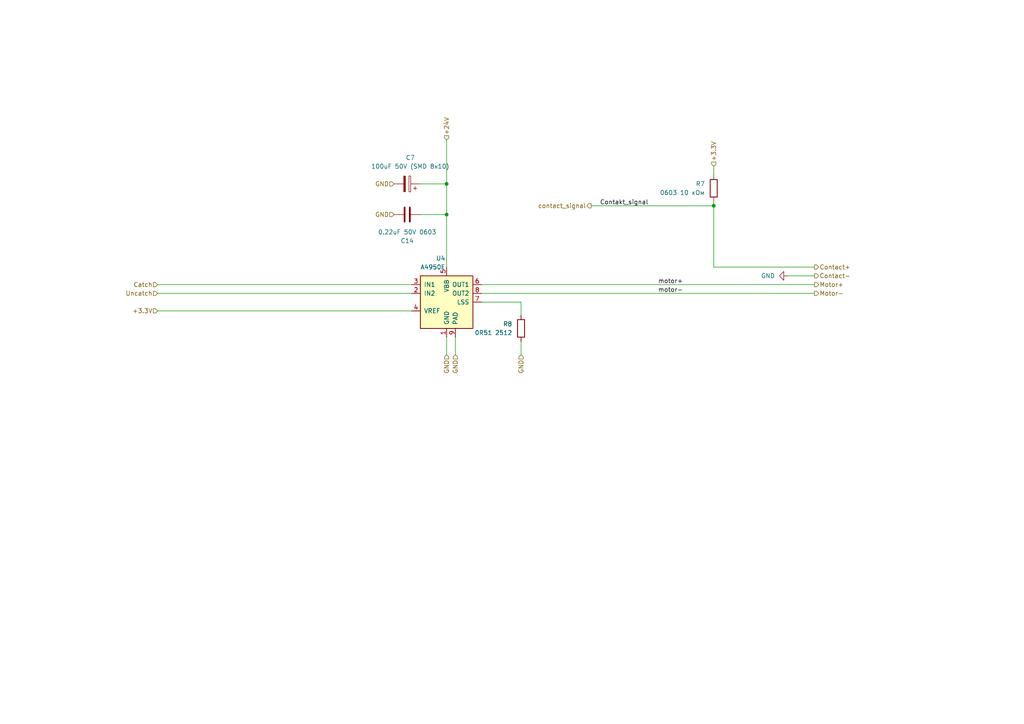
<source format=kicad_sch>
(kicad_sch (version 20230121) (generator eeschema)
  (paper "A4")
  (lib_symbols
    (symbol "Device:C" (pin_numbers hide) (pin_names (offset 0.254))
      (property "Reference" "C" (at 0.635 2.54 0))
      (property "Value" "C" (at 0.635 -2.54 0))
      (symbol "C_0_1"
        (polyline (pts (xy -2.032 -0.762) (xy 2.032 -0.762)) (stroke (width 0.508)))
        (polyline (pts (xy -2.032 0.762) (xy 2.032 0.762)) (stroke (width 0.508)))
      )
      (symbol "C_1_1"
        (pin passive line (at 0 3.81 270) (length 2.794) (name "~") (number "1"))
        (pin passive line (at 0 -3.81 90) (length 2.794) (name "~") (number "2"))
      )
    )
    (symbol "Device:C_Polarized" (pin_numbers hide) (pin_names (offset 0.254))
      (property "Reference" "C" (at 0.635 2.54 0))
      (property "Value" "C_Polarized" (at 0.635 -2.54 0))
      (symbol "C_Polarized_0_1"
        (rectangle (start -2.286 0.508) (end 2.286 1.016))
        (polyline (pts (xy -1.778 2.286) (xy -0.762 2.286)))
        (polyline (pts (xy -1.27 2.794) (xy -1.27 1.778)))
        (rectangle (start 2.286 -0.508) (end -2.286 -1.016) (fill (type outline)))
      )
      (symbol "C_Polarized_1_1"
        (pin passive line (at 0 3.81 270) (length 2.794) (name "~") (number "1"))
        (pin passive line (at 0 -3.81 90) (length 2.794) (name "~") (number "2"))
      )
    )
    (symbol "Device:R" (pin_numbers hide) (pin_names (offset 0))
      (property "Reference" "R" (at 2.032 0 90))
      (property "Value" "R" (at 0 0 90))
      (symbol "R_0_1"
        (rectangle (start -1.016 -2.54) (end 1.016 2.54) (stroke (width 0.254)))
      )
      (symbol "R_1_1"
        (pin passive line (at 0 3.81 270) (length 1.27) (name "~") (number "1"))
        (pin passive line (at 0 -3.81 90) (length 1.27) (name "~") (number "2"))
      )
    )
    (symbol "Driver_Motor:A4950E" (pin_names (offset 1.016))
      (property "Reference" "U" (at -7.62 8.89 0))
      (property "Value" "A4950E" (at 5.08 8.89 0))
      (symbol "A4950E_0_1"
        (rectangle (start -7.62 7.62) (end 7.62 -7.62) (stroke (width 0.254)) (fill (type background)))
      )
      (symbol "A4950E_1_1"
        (pin power_in line (at 0 -10.16 90) (length 2.54) (name "GND") (number "1"))
        (pin input line (at -10.16 2.54 0) (length 2.54) (name "IN2") (number "2"))
        (pin input line (at -10.16 5.08 0) (length 2.54) (name "IN1") (number "3"))
        (pin passive line (at -10.16 -2.54 0) (length 2.54) (name "VREF") (number "4"))
        (pin power_in line (at 0 10.16 270) (length 2.54) (name "VBB") (number "5"))
        (pin power_out line (at 10.16 5.08 180) (length 2.54) (name "OUT1") (number "6"))
        (pin power_in line (at 10.16 0 180) (length 2.54) (name "LSS") (number "7"))
        (pin power_out line (at 10.16 2.54 180) (length 2.54) (name "OUT2") (number "8"))
        (pin power_in line (at 2.54 -10.16 90) (length 2.54) (name "PAD") (number "9"))
      )
    )
    (symbol "PCM_4ms_Power-symbol:GND" (power) (pin_numbers hide) (pin_names (offset 0) hide)
      (property "Value" "GND" (at 0 -3.81 0))
      (symbol "GND_0_1"
        (polyline (pts (xy 0 0) (xy 0 -1.27) (xy 1.27 -1.27) (xy 0 -2.54) (xy -1.27 -1.27) (xy 0 -1.27)))
      )
      (symbol "GND_1_1"
        (pin power_in line (at 0 0 270) (length 0) hide (name "GND") (number "1"))
      )
    )
  )
  (junction (at 207.01 59.69))
  (junction (at 129.54 53.34))
  (junction (at 129.54 62.23))
  (wire (pts (xy 207.01 48.26) (xy 207.01 50.8)))
  (wire (pts (xy 129.54 53.34) (xy 121.92 53.34)))
  (wire (pts (xy 151.13 99.06) (xy 151.13 102.87)))
  (wire (pts (xy 207.01 58.42) (xy 207.01 59.69)))
  (wire (pts (xy 129.54 62.23) (xy 121.92 62.23)))
  (wire (pts (xy 119.38 90.17) (xy 45.72 90.17)))
  (wire (pts (xy 139.7 87.63) (xy 151.13 87.63)))
  (wire (pts (xy 236.22 82.55) (xy 139.7 82.55)))
  (wire (pts (xy 119.38 82.55) (xy 45.72 82.55)))
  (wire (pts (xy 151.13 87.63) (xy 151.13 91.44)))
  (wire (pts (xy 207.01 77.47) (xy 236.22 77.47)))
  (wire (pts (xy 132.08 97.79) (xy 132.08 102.87)))
  (wire (pts (xy 207.01 59.69) (xy 207.01 77.47)))
  (wire (pts (xy 129.54 97.79) (xy 129.54 102.87)))
  (wire (pts (xy 129.54 40.64) (xy 129.54 53.34)))
  (wire (pts (xy 119.38 85.09) (xy 45.72 85.09)))
  (wire (pts (xy 236.22 85.09) (xy 139.7 85.09)))
  (wire (pts (xy 129.54 62.23) (xy 129.54 53.34)))
  (wire (pts (xy 236.22 80.01) (xy 228.6 80.01)))
  (wire (pts (xy 207.01 59.69) (xy 171.45 59.69)))
  (wire (pts (xy 129.54 62.23) (xy 129.54 77.47)))
  (label "Contakt_signal" (at 173.99 59.69 0))
  (label "motor+" (at 198.12 82.55 180))
  (label "motor-" (at 198.12 85.09 180))
  (hierarchical_label "GND" (shape input) (at 151.13 102.87 270))
  (hierarchical_label "Motor+" (shape output) (at 236.22 82.55 0))
  (hierarchical_label "+3.3V" (shape input) (at 45.72 90.17 180))
  (hierarchical_label "GND" (shape input) (at 114.3 53.34 180))
  (hierarchical_label "+24V" (shape input) (at 129.54 40.64 90))
  (hierarchical_label "GND" (shape input) (at 132.08 102.87 270))
  (hierarchical_label "+3.3V" (shape input) (at 207.01 48.26 90))
  (hierarchical_label "Motor-" (shape output) (at 236.22 85.09 0))
  (hierarchical_label "GND" (shape input) (at 129.54 102.87 270))
  (hierarchical_label "contact_signal" (shape output) (at 171.45 59.69 180))
  (hierarchical_label "Contact-" (shape output) (at 236.22 80.01 0))
  (hierarchical_label "Contact+" (shape output) (at 236.22 77.47 0))
  (hierarchical_label "Uncatch" (shape input) (at 45.72 85.09 180))
  (hierarchical_label "Catch" (shape input) (at 45.72 82.55 180))
  (hierarchical_label "GND" (shape input) (at 114.3 62.23 180))
  (symbol (lib_id "Device:R") (at 207.01 54.61 0) (mirror y) (unit 1) (in_bom no)
    (property "Reference" "R7" (at 204.47 53.34 0) (effects (justify left)))
    (property "Value" "0603 10 кОм" (at 204.47 55.88 0) (effects (justify left)))
    (property "Footprint" "Resistor_SMD:R_0603_1608Metric" (effects hide))
  )
  (symbol (lib_id "PCM_4ms_Power-symbol:GND") (at 228.6 80.01 270) (mirror x) (unit 1)
    (property "Reference" "#PWR014" (effects hide))
    (property "Value" "GND" (at 224.79 80.01 90) (effects (justify right)))
    (instances (project "manipulator_attachment" (path "" (reference "#PWR014") (unit 1)) (path "" (reference "#PWR049") (unit 1))))
  )
  (symbol (lib_id "Device:C") (at 118.11 62.23 90) (mirror x) (unit 1)
    (property "Reference" "C14" (at 118.11 69.85 90))
    (property "Value" "0.22uF 50V 0603" (at 118.11 67.31 90))
    (property "Footprint" "Capacitor_SMD:C_0603_1608Metric" (effects hide))
  )
  (symbol (lib_id "Device:C_Polarized") (at 118.11 53.34 270) (mirror x) (unit 1)
    (property "Reference" "C7" (at 118.999 45.72 90))
    (property "Value" "100uF 50V (SMD 8х10)" (at 118.999 48.26 90))
    (property "Footprint" "Capacitor_SMD:CP_Elec_8x10.5" (effects hide))
    (instances (project "manipulator_attachment" (path "" (reference "C7") (unit 1)) (path "" (reference "C13") (unit 1))))
  )
  (symbol (lib_id "Device:R") (at 151.13 95.25 0) (mirror y) (unit 1)
    (property "Reference" "R8" (at 148.59 93.98 0) (effects (justify left)))
    (property "Value" "0R51 2512" (at 148.59 96.52 0) (effects (justify left)))
    (property "Footprint" "PCM_Resistor_SMD_AKL:R_2512_6332Metric" (effects hide))
  )
  (symbol (lib_id "Driver_Motor:A4950E") (at 129.54 87.63 0) (unit 1)
    (property "Reference" "U4" (at 129.1941 74.93 0) (effects (justify right)))
    (property "Value" "A4950E" (at 129.1941 77.47 0) (effects (justify right)))
    (property "Footprint" "Package_SO:SOIC-8-1EP_3.9x4.9mm_P1.27mm_EP2.41x3.3mm" (effects hide))
    (property "Datasheet" "http://www.allegromicro.com/~/media/Files/Datasheets/A4950-Datasheet.ashx" (effects hide))
  )
)
</source>
